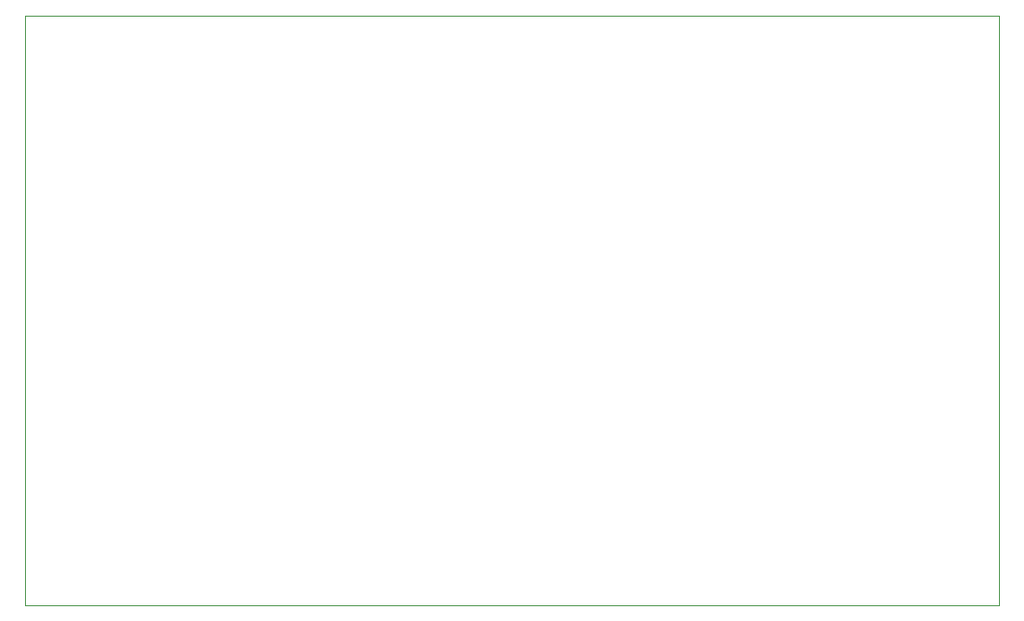
<source format=gm1>
G04 #@! TF.GenerationSoftware,KiCad,Pcbnew,(6.0.1)*
G04 #@! TF.CreationDate,2023-03-29T19:48:02-04:00*
G04 #@! TF.ProjectId,OBCProto,4f424350-726f-4746-9f2e-6b696361645f,rev?*
G04 #@! TF.SameCoordinates,Original*
G04 #@! TF.FileFunction,Profile,NP*
%FSLAX46Y46*%
G04 Gerber Fmt 4.6, Leading zero omitted, Abs format (unit mm)*
G04 Created by KiCad (PCBNEW (6.0.1)) date 2023-03-29 19:48:02*
%MOMM*%
%LPD*%
G01*
G04 APERTURE LIST*
G04 #@! TA.AperFunction,Profile*
%ADD10C,0.100000*%
G04 #@! TD*
G04 APERTURE END LIST*
D10*
X187000000Y-121000000D02*
X187000000Y-123000000D01*
X187000000Y-124000000D02*
X98000000Y-124000000D01*
X98000000Y-124000000D02*
X98000000Y-70000000D01*
X187000000Y-70000000D02*
X187000000Y-121000000D01*
X187000000Y-123000000D02*
X187000000Y-124000000D01*
X98000000Y-70000000D02*
X187000000Y-70000000D01*
M02*

</source>
